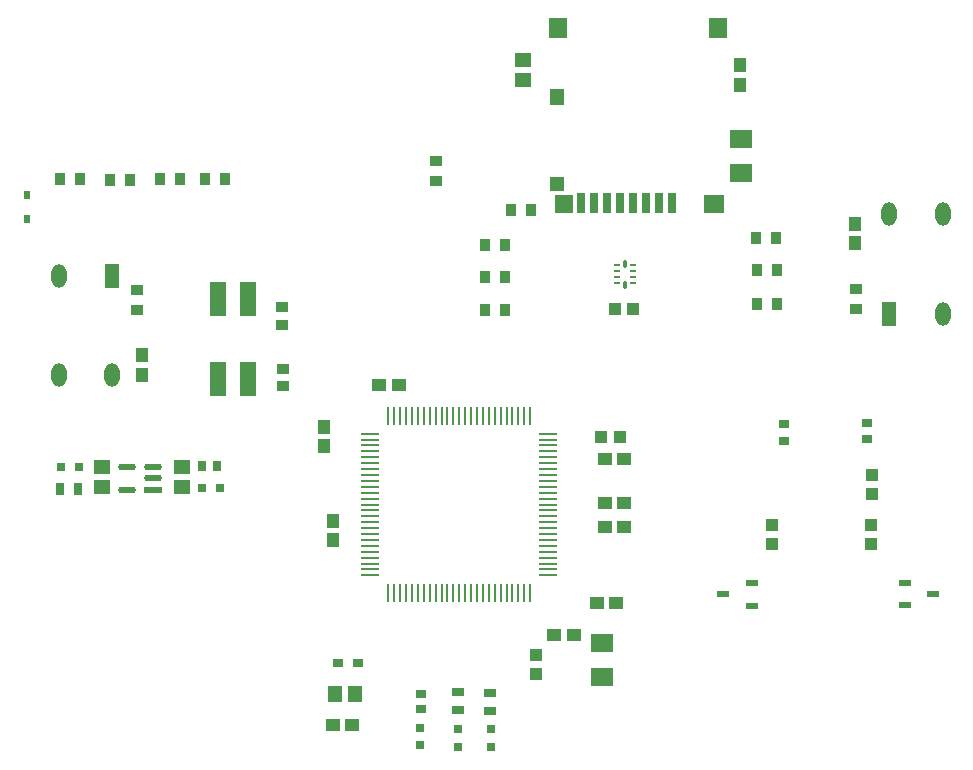
<source format=gtp>
G04*
G04 #@! TF.GenerationSoftware,Altium Limited,Altium Designer,20.2.6 (244)*
G04*
G04 Layer_Color=8421504*
%FSLAX25Y25*%
%MOIN*%
G70*
G04*
G04 #@! TF.SameCoordinates,4AA97A5E-EA8F-4A6E-9BBD-7CD435F3AC8D*
G04*
G04*
G04 #@! TF.FilePolarity,Positive*
G04*
G01*
G75*
%ADD19R,0.03150X0.03740*%
%ADD20R,0.03985X0.04560*%
%ADD21R,0.04134X0.03740*%
%ADD22R,0.04560X0.03985*%
%ADD23R,0.07480X0.06299*%
%ADD24R,0.02362X0.03150*%
%ADD25R,0.03543X0.02756*%
%ADD26R,0.03543X0.03937*%
%ADD27R,0.06693X0.05906*%
%ADD28R,0.03150X0.06614*%
%ADD29R,0.06299X0.05906*%
%ADD30R,0.05079X0.05118*%
%ADD31R,0.05079X0.05512*%
%ADD32R,0.05906X0.06693*%
%ADD33R,0.05118X0.07874*%
%ADD34O,0.05118X0.07874*%
%ADD35R,0.03937X0.03937*%
%ADD36R,0.03937X0.03150*%
%ADD37R,0.03394X0.02894*%
%ADD38R,0.05512X0.04724*%
%ADD39O,0.06102X0.00984*%
%ADD40O,0.00984X0.06102*%
G04:AMPARAMS|DCode=41|XSize=7.87mil|YSize=21.65mil|CornerRadius=1.97mil|HoleSize=0mil|Usage=FLASHONLY|Rotation=270.000|XOffset=0mil|YOffset=0mil|HoleType=Round|Shape=RoundedRectangle|*
%AMROUNDEDRECTD41*
21,1,0.00787,0.01772,0,0,270.0*
21,1,0.00394,0.02165,0,0,270.0*
1,1,0.00394,-0.00886,-0.00197*
1,1,0.00394,-0.00886,0.00197*
1,1,0.00394,0.00886,0.00197*
1,1,0.00394,0.00886,-0.00197*
%
%ADD41ROUNDEDRECTD41*%
G04:AMPARAMS|DCode=42|XSize=11.81mil|YSize=23.62mil|CornerRadius=1.95mil|HoleSize=0mil|Usage=FLASHONLY|Rotation=180.000|XOffset=0mil|YOffset=0mil|HoleType=Round|Shape=RoundedRectangle|*
%AMROUNDEDRECTD42*
21,1,0.01181,0.01972,0,0,180.0*
21,1,0.00791,0.02362,0,0,180.0*
1,1,0.00390,-0.00396,0.00986*
1,1,0.00390,0.00396,0.00986*
1,1,0.00390,0.00396,-0.00986*
1,1,0.00390,-0.00396,-0.00986*
%
%ADD42ROUNDEDRECTD42*%
%ADD43R,0.03937X0.03937*%
%ADD44R,0.03150X0.03150*%
%ADD45R,0.03937X0.02362*%
%ADD46R,0.03740X0.02756*%
%ADD47R,0.04724X0.05512*%
%ADD48R,0.03937X0.03543*%
%ADD49R,0.03150X0.03150*%
G04:AMPARAMS|DCode=50|XSize=59.26mil|YSize=22.53mil|CornerRadius=11.26mil|HoleSize=0mil|Usage=FLASHONLY|Rotation=180.000|XOffset=0mil|YOffset=0mil|HoleType=Round|Shape=RoundedRectangle|*
%AMROUNDEDRECTD50*
21,1,0.05926,0.00000,0,0,180.0*
21,1,0.03674,0.02253,0,0,180.0*
1,1,0.02253,-0.01837,0.00000*
1,1,0.02253,0.01837,0.00000*
1,1,0.02253,0.01837,0.00000*
1,1,0.02253,-0.01837,0.00000*
%
%ADD50ROUNDEDRECTD50*%
%ADD51R,0.05926X0.02253*%
%ADD52R,0.03150X0.03937*%
%ADD53R,0.05512X0.11811*%
D19*
X105832Y109450D02*
D03*
X111147D02*
D03*
D20*
X285450Y236401D02*
D03*
Y242913D02*
D03*
X323800Y190120D02*
D03*
Y183608D02*
D03*
X86100Y146370D02*
D03*
Y139858D02*
D03*
X146680Y122521D02*
D03*
Y116009D02*
D03*
X149730Y91116D02*
D03*
Y84604D02*
D03*
D21*
X132600Y162244D02*
D03*
Y156535D02*
D03*
X132850Y136185D02*
D03*
Y141894D02*
D03*
D22*
X246720Y111650D02*
D03*
X240208D02*
D03*
X156035Y22950D02*
D03*
X149523D02*
D03*
X165080Y136550D02*
D03*
X171592D02*
D03*
X223480Y53150D02*
D03*
X229992D02*
D03*
X240208Y97000D02*
D03*
X246720D02*
D03*
X240208Y89100D02*
D03*
X246720D02*
D03*
X243996Y63615D02*
D03*
X237484D02*
D03*
D23*
X239350Y50387D02*
D03*
Y38970D02*
D03*
X285500Y218480D02*
D03*
Y207063D02*
D03*
D24*
X47560Y191601D02*
D03*
Y199869D02*
D03*
D25*
X327765Y123811D02*
D03*
Y118299D02*
D03*
X300150Y123356D02*
D03*
Y117844D02*
D03*
D26*
X58557Y205050D02*
D03*
X65250D02*
D03*
X75357Y204750D02*
D03*
X82050D02*
D03*
X92064Y205100D02*
D03*
X98757D02*
D03*
X106857Y205050D02*
D03*
X113550D02*
D03*
X208950Y194593D02*
D03*
X215643D02*
D03*
X207143Y172300D02*
D03*
X200450D02*
D03*
X206943Y161500D02*
D03*
X200250D02*
D03*
X291100Y163500D02*
D03*
X297793D02*
D03*
X291057Y174700D02*
D03*
X297750D02*
D03*
X290757Y185400D02*
D03*
X297450D02*
D03*
X200250Y182900D02*
D03*
X206943D02*
D03*
D27*
X276639Y196781D02*
D03*
D28*
X262662Y197135D02*
D03*
X258332D02*
D03*
X254001D02*
D03*
X249670D02*
D03*
X245339D02*
D03*
X241009D02*
D03*
X236678D02*
D03*
X232347D02*
D03*
D29*
X226796Y196781D02*
D03*
D30*
X224257Y203277D02*
D03*
D31*
Y232411D02*
D03*
D32*
X224670Y255245D02*
D03*
X277820D02*
D03*
D33*
X335149Y160190D02*
D03*
X75950Y172787D02*
D03*
D34*
X352865Y160190D02*
D03*
X335149Y193261D02*
D03*
X352865D02*
D03*
X58233Y139716D02*
D03*
X75950D02*
D03*
X58233Y172787D02*
D03*
D35*
X245195Y119045D02*
D03*
X238895D02*
D03*
X249805Y161595D02*
D03*
X243505D02*
D03*
D36*
X202000Y27850D02*
D03*
Y33755D02*
D03*
X191400Y33906D02*
D03*
Y28000D02*
D03*
D37*
X179050Y33294D02*
D03*
Y28449D02*
D03*
D38*
X212950Y237896D02*
D03*
Y244589D02*
D03*
X99162Y102392D02*
D03*
Y109085D02*
D03*
X72662Y108932D02*
D03*
Y102239D02*
D03*
D39*
X162124Y120172D02*
D03*
Y118203D02*
D03*
Y116235D02*
D03*
Y114267D02*
D03*
Y112298D02*
D03*
Y110329D02*
D03*
Y108361D02*
D03*
Y106393D02*
D03*
Y104424D02*
D03*
Y102455D02*
D03*
Y100487D02*
D03*
Y98519D02*
D03*
Y96550D02*
D03*
Y94582D02*
D03*
Y92613D02*
D03*
Y90645D02*
D03*
Y88676D02*
D03*
Y86708D02*
D03*
Y84739D02*
D03*
Y82771D02*
D03*
Y80802D02*
D03*
Y78834D02*
D03*
Y76865D02*
D03*
Y74897D02*
D03*
Y72928D02*
D03*
X221376D02*
D03*
Y74897D02*
D03*
Y76865D02*
D03*
Y78834D02*
D03*
Y80802D02*
D03*
Y82771D02*
D03*
Y84739D02*
D03*
Y86708D02*
D03*
Y88676D02*
D03*
Y90645D02*
D03*
Y94582D02*
D03*
Y96550D02*
D03*
Y98519D02*
D03*
Y100487D02*
D03*
Y102455D02*
D03*
Y104424D02*
D03*
Y106393D02*
D03*
Y108361D02*
D03*
Y110329D02*
D03*
Y112298D02*
D03*
Y114267D02*
D03*
Y116235D02*
D03*
Y118203D02*
D03*
Y120172D02*
D03*
Y92613D02*
D03*
D40*
X168128Y66924D02*
D03*
X170097D02*
D03*
X172065D02*
D03*
X174033D02*
D03*
X176002D02*
D03*
X177971D02*
D03*
X179939D02*
D03*
X181907D02*
D03*
X183876D02*
D03*
X185845D02*
D03*
X187813D02*
D03*
X189781D02*
D03*
X191750D02*
D03*
X193719D02*
D03*
X195687D02*
D03*
X197655D02*
D03*
X199624D02*
D03*
X201592D02*
D03*
X203561D02*
D03*
X205529D02*
D03*
X207498D02*
D03*
X209467D02*
D03*
X211435D02*
D03*
X213404D02*
D03*
X215372D02*
D03*
Y126176D02*
D03*
X213404D02*
D03*
X211435D02*
D03*
X209467D02*
D03*
X207498D02*
D03*
X205529D02*
D03*
X203561D02*
D03*
X201592D02*
D03*
X199624D02*
D03*
X197655D02*
D03*
X195687D02*
D03*
X193719D02*
D03*
X191750D02*
D03*
X189781D02*
D03*
X187813D02*
D03*
X185845D02*
D03*
X183876D02*
D03*
X181907D02*
D03*
X179939D02*
D03*
X177971D02*
D03*
X176002D02*
D03*
X174033D02*
D03*
X172065D02*
D03*
X170097D02*
D03*
X168128D02*
D03*
D41*
X249533Y170347D02*
D03*
Y172316D02*
D03*
Y174284D02*
D03*
Y176253D02*
D03*
X244217D02*
D03*
Y174284D02*
D03*
Y172316D02*
D03*
Y170347D02*
D03*
D42*
X246875Y176843D02*
D03*
Y169757D02*
D03*
D43*
X217450Y46300D02*
D03*
Y40001D02*
D03*
X329150Y83545D02*
D03*
Y89844D02*
D03*
X329400Y100194D02*
D03*
Y106493D02*
D03*
X296150Y89694D02*
D03*
Y83395D02*
D03*
D44*
X202450Y15800D02*
D03*
Y21705D02*
D03*
X191350Y15750D02*
D03*
Y21655D02*
D03*
X178600Y16295D02*
D03*
Y22200D02*
D03*
D45*
X289175Y62875D02*
D03*
Y70355D02*
D03*
X279726Y66615D02*
D03*
X340186Y70470D02*
D03*
Y62990D02*
D03*
X349634Y66730D02*
D03*
D46*
X157939Y43650D02*
D03*
X151443D02*
D03*
D47*
X157043Y33500D02*
D03*
X150350D02*
D03*
D48*
X324100Y161607D02*
D03*
Y168300D02*
D03*
X183900Y211200D02*
D03*
Y204507D02*
D03*
X84350Y168093D02*
D03*
Y161400D02*
D03*
D49*
X111903Y101950D02*
D03*
X105997D02*
D03*
X58950Y108950D02*
D03*
X64855D02*
D03*
D50*
X80830Y101499D02*
D03*
Y108979D02*
D03*
X89495D02*
D03*
Y105239D02*
D03*
D51*
Y101499D02*
D03*
D52*
X64615Y101739D02*
D03*
X58710D02*
D03*
D53*
X121200Y138278D02*
D03*
Y165050D02*
D03*
X111357D02*
D03*
Y138278D02*
D03*
M02*

</source>
